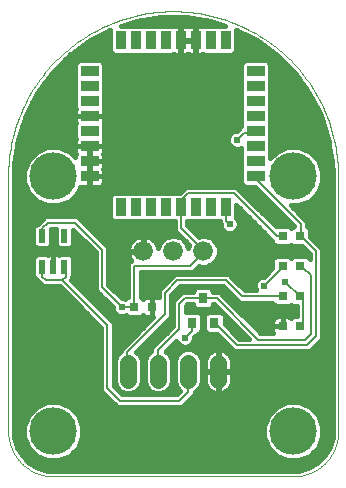
<source format=gtl>
G75*
%MOIN*%
%OFA0B0*%
%FSLAX25Y25*%
%IPPOS*%
%LPD*%
%AMOC8*
5,1,8,0,0,1.08239X$1,22.5*
%
%ADD10R,0.03150X0.03543*%
%ADD11C,0.06600*%
%ADD12C,0.00000*%
%ADD13C,0.05543*%
%ADD14C,0.15811*%
%ADD15R,0.05906X0.03543*%
%ADD16R,0.03543X0.05906*%
%ADD17R,0.02165X0.04724*%
%ADD18R,0.03150X0.03150*%
%ADD19C,0.01600*%
%ADD20C,0.00600*%
%ADD21C,0.02400*%
D10*
X0068060Y0070169D03*
X0071800Y0078437D03*
X0075540Y0070169D03*
D11*
X0071800Y0094006D03*
X0061800Y0094006D03*
X0051800Y0094006D03*
D12*
X0006800Y0119006D02*
X0006816Y0120345D01*
X0006865Y0121684D01*
X0006947Y0123021D01*
X0007061Y0124355D01*
X0007207Y0125687D01*
X0007386Y0127014D01*
X0007597Y0128337D01*
X0007841Y0129654D01*
X0008116Y0130965D01*
X0008423Y0132268D01*
X0008762Y0133564D01*
X0009132Y0134851D01*
X0009533Y0136129D01*
X0009966Y0137397D01*
X0010429Y0138654D01*
X0010923Y0139899D01*
X0011447Y0141132D01*
X0012000Y0142351D01*
X0012584Y0143557D01*
X0013196Y0144748D01*
X0013837Y0145924D01*
X0014507Y0147084D01*
X0015205Y0148227D01*
X0015930Y0149353D01*
X0016683Y0150461D01*
X0017462Y0151551D01*
X0018268Y0152621D01*
X0019099Y0153671D01*
X0019956Y0154700D01*
X0020838Y0155709D01*
X0021743Y0156695D01*
X0022673Y0157659D01*
X0023626Y0158601D01*
X0024601Y0159519D01*
X0025599Y0160412D01*
X0026618Y0161282D01*
X0027658Y0162126D01*
X0028718Y0162944D01*
X0029798Y0163737D01*
X0030896Y0164503D01*
X0032014Y0165242D01*
X0033148Y0165954D01*
X0034300Y0166637D01*
X0035468Y0167293D01*
X0036652Y0167920D01*
X0037850Y0168518D01*
X0039063Y0169086D01*
X0040289Y0169625D01*
X0041528Y0170134D01*
X0042779Y0170612D01*
X0044042Y0171060D01*
X0045314Y0171477D01*
X0046597Y0171863D01*
X0047889Y0172218D01*
X0049189Y0172541D01*
X0050496Y0172832D01*
X0051810Y0173091D01*
X0053130Y0173318D01*
X0054455Y0173513D01*
X0055785Y0173676D01*
X0057118Y0173806D01*
X0058453Y0173904D01*
X0059791Y0173969D01*
X0061130Y0174002D01*
X0062470Y0174002D01*
X0063809Y0173969D01*
X0065147Y0173904D01*
X0066482Y0173806D01*
X0067815Y0173676D01*
X0069145Y0173513D01*
X0070470Y0173318D01*
X0071790Y0173091D01*
X0073104Y0172832D01*
X0074411Y0172541D01*
X0075711Y0172218D01*
X0077003Y0171863D01*
X0078286Y0171477D01*
X0079558Y0171060D01*
X0080821Y0170612D01*
X0082072Y0170134D01*
X0083311Y0169625D01*
X0084537Y0169086D01*
X0085750Y0168518D01*
X0086948Y0167920D01*
X0088132Y0167293D01*
X0089300Y0166637D01*
X0090452Y0165954D01*
X0091586Y0165242D01*
X0092704Y0164503D01*
X0093802Y0163737D01*
X0094882Y0162944D01*
X0095942Y0162126D01*
X0096982Y0161282D01*
X0098001Y0160412D01*
X0098999Y0159519D01*
X0099974Y0158601D01*
X0100927Y0157659D01*
X0101857Y0156695D01*
X0102762Y0155709D01*
X0103644Y0154700D01*
X0104501Y0153671D01*
X0105332Y0152621D01*
X0106138Y0151551D01*
X0106917Y0150461D01*
X0107670Y0149353D01*
X0108395Y0148227D01*
X0109093Y0147084D01*
X0109763Y0145924D01*
X0110404Y0144748D01*
X0111016Y0143557D01*
X0111600Y0142351D01*
X0112153Y0141132D01*
X0112677Y0139899D01*
X0113171Y0138654D01*
X0113634Y0137397D01*
X0114067Y0136129D01*
X0114468Y0134851D01*
X0114838Y0133564D01*
X0115177Y0132268D01*
X0115484Y0130965D01*
X0115759Y0129654D01*
X0116003Y0128337D01*
X0116214Y0127014D01*
X0116393Y0125687D01*
X0116539Y0124355D01*
X0116653Y0123021D01*
X0116735Y0121684D01*
X0116784Y0120345D01*
X0116800Y0119006D01*
X0116800Y0034006D01*
X0116796Y0033644D01*
X0116782Y0033281D01*
X0116761Y0032919D01*
X0116730Y0032558D01*
X0116691Y0032198D01*
X0116643Y0031839D01*
X0116586Y0031481D01*
X0116521Y0031124D01*
X0116447Y0030769D01*
X0116364Y0030416D01*
X0116273Y0030065D01*
X0116174Y0029717D01*
X0116066Y0029371D01*
X0115950Y0029027D01*
X0115825Y0028687D01*
X0115693Y0028350D01*
X0115552Y0028016D01*
X0115403Y0027685D01*
X0115246Y0027358D01*
X0115082Y0027035D01*
X0114910Y0026716D01*
X0114730Y0026402D01*
X0114542Y0026091D01*
X0114347Y0025786D01*
X0114145Y0025485D01*
X0113935Y0025189D01*
X0113719Y0024899D01*
X0113495Y0024613D01*
X0113265Y0024333D01*
X0113028Y0024059D01*
X0112784Y0023791D01*
X0112534Y0023528D01*
X0112278Y0023272D01*
X0112015Y0023022D01*
X0111747Y0022778D01*
X0111473Y0022541D01*
X0111193Y0022311D01*
X0110907Y0022087D01*
X0110617Y0021871D01*
X0110321Y0021661D01*
X0110020Y0021459D01*
X0109715Y0021264D01*
X0109404Y0021076D01*
X0109090Y0020896D01*
X0108771Y0020724D01*
X0108448Y0020560D01*
X0108121Y0020403D01*
X0107790Y0020254D01*
X0107456Y0020113D01*
X0107119Y0019981D01*
X0106779Y0019856D01*
X0106435Y0019740D01*
X0106089Y0019632D01*
X0105741Y0019533D01*
X0105390Y0019442D01*
X0105037Y0019359D01*
X0104682Y0019285D01*
X0104325Y0019220D01*
X0103967Y0019163D01*
X0103608Y0019115D01*
X0103248Y0019076D01*
X0102887Y0019045D01*
X0102525Y0019024D01*
X0102162Y0019010D01*
X0101800Y0019006D01*
X0021800Y0019006D01*
X0021438Y0019010D01*
X0021075Y0019024D01*
X0020713Y0019045D01*
X0020352Y0019076D01*
X0019992Y0019115D01*
X0019633Y0019163D01*
X0019275Y0019220D01*
X0018918Y0019285D01*
X0018563Y0019359D01*
X0018210Y0019442D01*
X0017859Y0019533D01*
X0017511Y0019632D01*
X0017165Y0019740D01*
X0016821Y0019856D01*
X0016481Y0019981D01*
X0016144Y0020113D01*
X0015810Y0020254D01*
X0015479Y0020403D01*
X0015152Y0020560D01*
X0014829Y0020724D01*
X0014510Y0020896D01*
X0014196Y0021076D01*
X0013885Y0021264D01*
X0013580Y0021459D01*
X0013279Y0021661D01*
X0012983Y0021871D01*
X0012693Y0022087D01*
X0012407Y0022311D01*
X0012127Y0022541D01*
X0011853Y0022778D01*
X0011585Y0023022D01*
X0011322Y0023272D01*
X0011066Y0023528D01*
X0010816Y0023791D01*
X0010572Y0024059D01*
X0010335Y0024333D01*
X0010105Y0024613D01*
X0009881Y0024899D01*
X0009665Y0025189D01*
X0009455Y0025485D01*
X0009253Y0025786D01*
X0009058Y0026091D01*
X0008870Y0026402D01*
X0008690Y0026716D01*
X0008518Y0027035D01*
X0008354Y0027358D01*
X0008197Y0027685D01*
X0008048Y0028016D01*
X0007907Y0028350D01*
X0007775Y0028687D01*
X0007650Y0029027D01*
X0007534Y0029371D01*
X0007426Y0029717D01*
X0007327Y0030065D01*
X0007236Y0030416D01*
X0007153Y0030769D01*
X0007079Y0031124D01*
X0007014Y0031481D01*
X0006957Y0031839D01*
X0006909Y0032198D01*
X0006870Y0032558D01*
X0006839Y0032919D01*
X0006818Y0033281D01*
X0006804Y0033644D01*
X0006800Y0034006D01*
X0006800Y0119006D01*
D13*
X0046800Y0056778D02*
X0046800Y0051234D01*
X0056800Y0051234D02*
X0056800Y0056778D01*
X0066800Y0056778D02*
X0066800Y0051234D01*
X0076800Y0051234D02*
X0076800Y0056778D01*
D14*
X0101800Y0034006D03*
X0101800Y0119006D03*
X0021800Y0119006D03*
X0021800Y0034006D03*
D15*
X0033926Y0119065D03*
X0033926Y0124065D03*
X0033926Y0129065D03*
X0033926Y0134065D03*
X0033926Y0139065D03*
X0033926Y0144065D03*
X0033926Y0149065D03*
X0033926Y0154065D03*
X0089280Y0154065D03*
X0089280Y0149065D03*
X0089280Y0144065D03*
X0089280Y0139065D03*
X0089280Y0134065D03*
X0089280Y0129065D03*
X0089280Y0124065D03*
X0089280Y0119065D03*
D16*
X0079241Y0108829D03*
X0074241Y0108829D03*
X0069241Y0108829D03*
X0064241Y0108829D03*
X0059241Y0108829D03*
X0054241Y0108829D03*
X0049241Y0108829D03*
X0044241Y0108829D03*
X0044241Y0164380D03*
X0049241Y0164380D03*
X0054241Y0164380D03*
X0059241Y0164380D03*
X0064241Y0164380D03*
X0069241Y0164380D03*
X0074241Y0164380D03*
X0079241Y0164380D03*
D17*
X0025540Y0099124D03*
X0025540Y0088888D03*
X0021800Y0088888D03*
X0018060Y0088888D03*
X0018060Y0099124D03*
D18*
X0048847Y0075506D03*
X0054753Y0075506D03*
X0098247Y0079006D03*
X0104153Y0079006D03*
X0104153Y0069006D03*
X0098247Y0069006D03*
X0098247Y0089006D03*
X0104153Y0089006D03*
X0104153Y0099006D03*
X0098247Y0099006D03*
D19*
X0013764Y0023534D02*
X0011328Y0025970D01*
X0009605Y0028954D01*
X0008713Y0032283D01*
X0008600Y0034006D01*
X0008600Y0119006D01*
X0008764Y0123180D01*
X0010070Y0131425D01*
X0012650Y0139365D01*
X0016440Y0146803D01*
X0021346Y0153557D01*
X0027249Y0159459D01*
X0034003Y0164366D01*
X0040669Y0167763D01*
X0040669Y0160682D01*
X0041724Y0159627D01*
X0061758Y0159627D01*
X0061858Y0159727D01*
X0062232Y0159627D01*
X0064155Y0159627D01*
X0064155Y0164294D01*
X0064327Y0164294D01*
X0064327Y0164466D01*
X0064155Y0164466D01*
X0064155Y0169133D01*
X0062232Y0169133D01*
X0061858Y0169032D01*
X0061758Y0169133D01*
X0044446Y0169133D01*
X0049381Y0170736D01*
X0057626Y0172042D01*
X0065974Y0172042D01*
X0074219Y0170736D01*
X0079154Y0169133D01*
X0071724Y0169133D01*
X0071624Y0169032D01*
X0071250Y0169133D01*
X0069327Y0169133D01*
X0069327Y0164466D01*
X0069155Y0164466D01*
X0069155Y0169133D01*
X0067232Y0169133D01*
X0066775Y0169010D01*
X0066741Y0168991D01*
X0066707Y0169010D01*
X0066250Y0169133D01*
X0064327Y0169133D01*
X0064327Y0164466D01*
X0069155Y0164466D01*
X0069155Y0164294D01*
X0065669Y0164294D01*
X0064327Y0164294D01*
X0064327Y0159627D01*
X0066250Y0159627D01*
X0066707Y0159750D01*
X0066741Y0159769D01*
X0066775Y0159750D01*
X0067232Y0159627D01*
X0069155Y0159627D01*
X0069155Y0164294D01*
X0069327Y0164294D01*
X0069327Y0159627D01*
X0071250Y0159627D01*
X0071624Y0159727D01*
X0071724Y0159627D01*
X0081758Y0159627D01*
X0082813Y0160682D01*
X0082813Y0167823D01*
X0089597Y0164366D01*
X0096351Y0159459D01*
X0102254Y0153557D01*
X0107160Y0146803D01*
X0110950Y0139365D01*
X0113530Y0131425D01*
X0114836Y0123180D01*
X0115000Y0119006D01*
X0115000Y0034006D01*
X0114887Y0032283D01*
X0113995Y0028954D01*
X0112272Y0025970D01*
X0109836Y0023534D01*
X0106851Y0021811D01*
X0103523Y0020919D01*
X0101800Y0020806D01*
X0021800Y0020806D01*
X0020077Y0020919D01*
X0016749Y0021811D01*
X0013764Y0023534D01*
X0013497Y0023801D02*
X0110103Y0023801D01*
X0111702Y0025400D02*
X0106385Y0025400D01*
X0107298Y0025778D02*
X0110028Y0028508D01*
X0111505Y0032075D01*
X0111505Y0035936D01*
X0110028Y0039504D01*
X0107298Y0042234D01*
X0103731Y0043711D01*
X0099869Y0043711D01*
X0096302Y0042234D01*
X0093572Y0039504D01*
X0092094Y0035936D01*
X0092094Y0032075D01*
X0093572Y0028508D01*
X0096302Y0025778D01*
X0099869Y0024300D01*
X0103731Y0024300D01*
X0107298Y0025778D01*
X0108518Y0026998D02*
X0112866Y0026998D01*
X0113789Y0028597D02*
X0110065Y0028597D01*
X0110727Y0030195D02*
X0114328Y0030195D01*
X0114756Y0031794D02*
X0111389Y0031794D01*
X0111505Y0033393D02*
X0114960Y0033393D01*
X0115000Y0034991D02*
X0111505Y0034991D01*
X0111235Y0036590D02*
X0115000Y0036590D01*
X0115000Y0038188D02*
X0110573Y0038188D01*
X0109745Y0039787D02*
X0115000Y0039787D01*
X0115000Y0041385D02*
X0108146Y0041385D01*
X0105488Y0042984D02*
X0115000Y0042984D01*
X0115000Y0044582D02*
X0067146Y0044582D01*
X0067670Y0045106D02*
X0068900Y0046336D01*
X0068900Y0047156D01*
X0069390Y0047359D01*
X0070676Y0048645D01*
X0071372Y0050325D01*
X0071372Y0057687D01*
X0070676Y0059367D01*
X0069390Y0060653D01*
X0067709Y0061349D01*
X0065891Y0061349D01*
X0064210Y0060653D01*
X0062924Y0059367D01*
X0062228Y0057687D01*
X0062228Y0050325D01*
X0062924Y0048645D01*
X0064097Y0047472D01*
X0062930Y0046306D01*
X0044870Y0046306D01*
X0041900Y0049276D01*
X0041900Y0070276D01*
X0040670Y0071506D01*
X0027770Y0084406D01*
X0028100Y0084736D01*
X0028100Y0085457D01*
X0028423Y0085780D01*
X0028423Y0091996D01*
X0027368Y0093050D01*
X0023712Y0093050D01*
X0023585Y0092923D01*
X0023577Y0092927D01*
X0023120Y0093050D01*
X0021800Y0093050D01*
X0021800Y0088888D01*
X0021800Y0088888D01*
X0021800Y0093050D01*
X0020480Y0093050D01*
X0020023Y0092927D01*
X0020015Y0092923D01*
X0019888Y0093050D01*
X0016232Y0093050D01*
X0015177Y0091996D01*
X0015177Y0085780D01*
X0016100Y0084857D01*
X0016100Y0084736D01*
X0017330Y0083506D01*
X0018530Y0082306D01*
X0023930Y0082306D01*
X0037700Y0068536D01*
X0037700Y0047536D01*
X0043130Y0042106D01*
X0064670Y0042106D01*
X0067670Y0045106D01*
X0068745Y0046181D02*
X0115000Y0046181D01*
X0115000Y0047779D02*
X0079810Y0047779D01*
X0079778Y0047747D02*
X0080287Y0048256D01*
X0080710Y0048838D01*
X0081037Y0049479D01*
X0081259Y0050164D01*
X0081372Y0050874D01*
X0081372Y0053920D01*
X0076886Y0053920D01*
X0076886Y0054092D01*
X0076714Y0054092D01*
X0076714Y0061349D01*
X0076440Y0061349D01*
X0075729Y0061237D01*
X0075045Y0061014D01*
X0074404Y0060688D01*
X0073822Y0060265D01*
X0073313Y0059756D01*
X0072890Y0059174D01*
X0072563Y0058532D01*
X0072341Y0057848D01*
X0072228Y0057137D01*
X0072228Y0054092D01*
X0076714Y0054092D01*
X0076714Y0053920D01*
X0072228Y0053920D01*
X0072228Y0050874D01*
X0072341Y0050164D01*
X0072563Y0049479D01*
X0072890Y0048838D01*
X0073313Y0048256D01*
X0073822Y0047747D01*
X0074404Y0047324D01*
X0075045Y0046998D01*
X0075729Y0046775D01*
X0076440Y0046663D01*
X0076714Y0046663D01*
X0076714Y0053920D01*
X0076886Y0053920D01*
X0076886Y0046663D01*
X0077160Y0046663D01*
X0077871Y0046775D01*
X0078555Y0046998D01*
X0079196Y0047324D01*
X0079778Y0047747D01*
X0080985Y0049378D02*
X0115000Y0049378D01*
X0115000Y0050976D02*
X0081372Y0050976D01*
X0081372Y0052575D02*
X0115000Y0052575D01*
X0115000Y0054173D02*
X0081372Y0054173D01*
X0081372Y0054092D02*
X0081372Y0057137D01*
X0081259Y0057848D01*
X0081037Y0058532D01*
X0080710Y0059174D01*
X0080287Y0059756D01*
X0079778Y0060265D01*
X0079196Y0060688D01*
X0078555Y0061014D01*
X0077871Y0061237D01*
X0077160Y0061349D01*
X0076886Y0061349D01*
X0076886Y0054092D01*
X0081372Y0054092D01*
X0081372Y0055772D02*
X0115000Y0055772D01*
X0115000Y0057370D02*
X0081335Y0057370D01*
X0080814Y0058969D02*
X0115000Y0058969D01*
X0115000Y0060567D02*
X0079362Y0060567D01*
X0080900Y0061936D02*
X0082130Y0060706D01*
X0107270Y0060706D01*
X0108500Y0061936D01*
X0111500Y0064936D01*
X0111500Y0094876D01*
X0107528Y0098848D01*
X0107528Y0101326D01*
X0106500Y0102354D01*
X0106500Y0103876D01*
X0101075Y0109300D01*
X0103731Y0109300D01*
X0107298Y0110778D01*
X0110028Y0113508D01*
X0111505Y0117075D01*
X0111505Y0120936D01*
X0110028Y0124504D01*
X0107298Y0127234D01*
X0103731Y0128711D01*
X0099869Y0128711D01*
X0096302Y0127234D01*
X0094033Y0124965D01*
X0094033Y0156582D01*
X0092979Y0157637D01*
X0085582Y0157637D01*
X0084528Y0156582D01*
X0084528Y0135703D01*
X0083300Y0134476D01*
X0083030Y0134206D01*
X0082403Y0134206D01*
X0081301Y0133749D01*
X0080457Y0132905D01*
X0080000Y0131803D01*
X0080000Y0130609D01*
X0080457Y0129507D01*
X0081301Y0128663D01*
X0082403Y0128206D01*
X0083597Y0128206D01*
X0084528Y0128591D01*
X0084528Y0116548D01*
X0085582Y0115493D01*
X0088943Y0115493D01*
X0089130Y0115306D01*
X0102055Y0102381D01*
X0101832Y0102381D01*
X0101200Y0101748D01*
X0100568Y0102381D01*
X0095995Y0102381D01*
X0084100Y0114276D01*
X0082870Y0115506D01*
X0065930Y0115506D01*
X0064006Y0113581D01*
X0041724Y0113581D01*
X0040669Y0112527D01*
X0040669Y0105130D01*
X0041724Y0104076D01*
X0062300Y0104076D01*
X0062300Y0100936D01*
X0067144Y0096092D01*
X0066800Y0095262D01*
X0066124Y0096895D01*
X0064689Y0098329D01*
X0062814Y0099106D01*
X0060786Y0099106D01*
X0058911Y0098329D01*
X0057476Y0096895D01*
X0056774Y0095200D01*
X0056774Y0095200D01*
X0056526Y0095964D01*
X0056162Y0096679D01*
X0055690Y0097328D01*
X0055122Y0097896D01*
X0054473Y0098368D01*
X0053758Y0098732D01*
X0052994Y0098980D01*
X0052201Y0099106D01*
X0051886Y0099106D01*
X0051886Y0094092D01*
X0051714Y0094092D01*
X0051714Y0099106D01*
X0051399Y0099106D01*
X0050606Y0098980D01*
X0049842Y0098732D01*
X0049127Y0098368D01*
X0048478Y0097896D01*
X0047910Y0097328D01*
X0047438Y0096679D01*
X0047074Y0095964D01*
X0046826Y0095200D01*
X0046700Y0094407D01*
X0046700Y0094092D01*
X0051714Y0094092D01*
X0051714Y0093920D01*
X0046700Y0093920D01*
X0046700Y0093605D01*
X0046826Y0092812D01*
X0047074Y0092048D01*
X0047438Y0091333D01*
X0047656Y0091034D01*
X0047313Y0090688D01*
X0046700Y0090076D01*
X0046700Y0090072D01*
X0046697Y0090069D01*
X0046700Y0089202D01*
X0046700Y0088336D01*
X0046703Y0088333D01*
X0046736Y0078881D01*
X0046527Y0078881D01*
X0045802Y0078155D01*
X0045197Y0078406D01*
X0044570Y0078406D01*
X0040100Y0082876D01*
X0040100Y0095476D01*
X0031100Y0104476D01*
X0029870Y0105706D01*
X0019130Y0105706D01*
X0017900Y0104476D01*
X0016710Y0103286D01*
X0016232Y0103286D01*
X0015177Y0102232D01*
X0015177Y0096016D01*
X0016232Y0094962D01*
X0019888Y0094962D01*
X0020943Y0096016D01*
X0020943Y0101506D01*
X0022657Y0101506D01*
X0022657Y0096016D01*
X0023712Y0094962D01*
X0027368Y0094962D01*
X0028423Y0096016D01*
X0028423Y0101213D01*
X0035900Y0093736D01*
X0035900Y0081136D01*
X0037130Y0079906D01*
X0041600Y0075436D01*
X0041600Y0074809D01*
X0042057Y0073707D01*
X0042901Y0072863D01*
X0044003Y0072406D01*
X0045197Y0072406D01*
X0045943Y0072715D01*
X0046527Y0072131D01*
X0051168Y0072131D01*
X0051800Y0072763D01*
X0052073Y0072491D01*
X0052483Y0072254D01*
X0052941Y0072131D01*
X0054753Y0072131D01*
X0055155Y0072131D01*
X0044300Y0061276D01*
X0044300Y0060690D01*
X0044210Y0060653D01*
X0042924Y0059367D01*
X0042228Y0057687D01*
X0042228Y0050325D01*
X0042924Y0048645D01*
X0044210Y0047359D01*
X0045891Y0046663D01*
X0047709Y0046663D01*
X0049390Y0047359D01*
X0050676Y0048645D01*
X0051372Y0050325D01*
X0051372Y0057687D01*
X0050676Y0059367D01*
X0049503Y0060539D01*
X0061100Y0072136D01*
X0061100Y0079336D01*
X0064070Y0082306D01*
X0078530Y0082306D01*
X0083930Y0076906D01*
X0094872Y0076906D01*
X0094872Y0076686D01*
X0095927Y0075631D01*
X0100568Y0075631D01*
X0101200Y0076263D01*
X0101832Y0075631D01*
X0103100Y0075631D01*
X0103100Y0072381D01*
X0101832Y0072381D01*
X0101200Y0071748D01*
X0100927Y0072021D01*
X0100517Y0072258D01*
X0100059Y0072381D01*
X0098247Y0072381D01*
X0096435Y0072381D01*
X0095978Y0072258D01*
X0095567Y0072021D01*
X0095232Y0071686D01*
X0094995Y0071275D01*
X0094872Y0070818D01*
X0094872Y0069006D01*
X0098247Y0069006D01*
X0098247Y0069006D01*
X0098247Y0072381D01*
X0098247Y0069006D01*
X0098247Y0069006D01*
X0094872Y0069006D01*
X0094872Y0067194D01*
X0094995Y0066736D01*
X0095013Y0066706D01*
X0091070Y0066706D01*
X0078500Y0079276D01*
X0077270Y0080506D01*
X0075175Y0080506D01*
X0075175Y0080954D01*
X0074120Y0082008D01*
X0069480Y0082008D01*
X0068425Y0080954D01*
X0068425Y0080506D01*
X0064730Y0080506D01*
X0063500Y0079276D01*
X0061700Y0077476D01*
X0061700Y0069076D01*
X0055730Y0063106D01*
X0054500Y0061876D01*
X0054500Y0060773D01*
X0054210Y0060653D01*
X0052924Y0059367D01*
X0052228Y0057687D01*
X0052228Y0050325D01*
X0052924Y0048645D01*
X0054210Y0047359D01*
X0055891Y0046663D01*
X0057709Y0046663D01*
X0059390Y0047359D01*
X0060676Y0048645D01*
X0061372Y0050325D01*
X0061372Y0057687D01*
X0060676Y0059367D01*
X0059390Y0060653D01*
X0059268Y0060704D01*
X0062768Y0064204D01*
X0063057Y0063507D01*
X0063901Y0062663D01*
X0065003Y0062206D01*
X0066197Y0062206D01*
X0067299Y0062663D01*
X0068143Y0063507D01*
X0068600Y0064609D01*
X0068600Y0065236D01*
X0068870Y0065506D01*
X0069961Y0066597D01*
X0070380Y0066597D01*
X0071435Y0067652D01*
X0071435Y0072686D01*
X0070380Y0073741D01*
X0065900Y0073741D01*
X0065900Y0075736D01*
X0066470Y0076306D01*
X0068425Y0076306D01*
X0068425Y0075919D01*
X0069480Y0074865D01*
X0074120Y0074865D01*
X0075175Y0075919D01*
X0075175Y0076306D01*
X0075530Y0076306D01*
X0086930Y0064906D01*
X0083870Y0064906D01*
X0078915Y0069861D01*
X0078915Y0072686D01*
X0077861Y0073741D01*
X0073220Y0073741D01*
X0072165Y0072686D01*
X0072165Y0067652D01*
X0073220Y0066597D01*
X0076239Y0066597D01*
X0080900Y0061936D01*
X0080670Y0062166D02*
X0060730Y0062166D01*
X0059476Y0060567D02*
X0064124Y0060567D01*
X0062759Y0058969D02*
X0060841Y0058969D01*
X0061372Y0057370D02*
X0062228Y0057370D01*
X0062228Y0055772D02*
X0061372Y0055772D01*
X0061372Y0054173D02*
X0062228Y0054173D01*
X0062228Y0052575D02*
X0061372Y0052575D01*
X0061372Y0050976D02*
X0062228Y0050976D01*
X0062621Y0049378D02*
X0060979Y0049378D01*
X0059810Y0047779D02*
X0063790Y0047779D01*
X0065548Y0042984D02*
X0098112Y0042984D01*
X0095453Y0041385D02*
X0028146Y0041385D01*
X0027298Y0042234D02*
X0023731Y0043711D01*
X0019869Y0043711D01*
X0016302Y0042234D01*
X0013572Y0039504D01*
X0012094Y0035936D01*
X0012094Y0032075D01*
X0013572Y0028508D01*
X0016302Y0025778D01*
X0019869Y0024300D01*
X0023731Y0024300D01*
X0027298Y0025778D01*
X0030028Y0028508D01*
X0031505Y0032075D01*
X0031505Y0035936D01*
X0030028Y0039504D01*
X0027298Y0042234D01*
X0025488Y0042984D02*
X0042252Y0042984D01*
X0040654Y0044582D02*
X0008600Y0044582D01*
X0008600Y0042984D02*
X0018112Y0042984D01*
X0015453Y0041385D02*
X0008600Y0041385D01*
X0008600Y0039787D02*
X0013855Y0039787D01*
X0013027Y0038188D02*
X0008600Y0038188D01*
X0008600Y0036590D02*
X0012365Y0036590D01*
X0012094Y0034991D02*
X0008600Y0034991D01*
X0008640Y0033393D02*
X0012094Y0033393D01*
X0012211Y0031794D02*
X0008844Y0031794D01*
X0009272Y0030195D02*
X0012873Y0030195D01*
X0013535Y0028597D02*
X0009811Y0028597D01*
X0010734Y0026998D02*
X0015082Y0026998D01*
X0017215Y0025400D02*
X0011898Y0025400D01*
X0016069Y0022203D02*
X0107531Y0022203D01*
X0097215Y0025400D02*
X0026385Y0025400D01*
X0028518Y0026998D02*
X0095082Y0026998D01*
X0093535Y0028597D02*
X0030065Y0028597D01*
X0030727Y0030195D02*
X0092873Y0030195D01*
X0092211Y0031794D02*
X0031389Y0031794D01*
X0031505Y0033393D02*
X0092094Y0033393D01*
X0092094Y0034991D02*
X0031505Y0034991D01*
X0031235Y0036590D02*
X0092365Y0036590D01*
X0093027Y0038188D02*
X0030573Y0038188D01*
X0029745Y0039787D02*
X0093855Y0039787D01*
X0108730Y0062166D02*
X0115000Y0062166D01*
X0115000Y0063764D02*
X0110328Y0063764D01*
X0111500Y0065363D02*
X0115000Y0065363D01*
X0115000Y0066961D02*
X0111500Y0066961D01*
X0111500Y0068560D02*
X0115000Y0068560D01*
X0115000Y0070158D02*
X0111500Y0070158D01*
X0111500Y0071757D02*
X0115000Y0071757D01*
X0115000Y0073355D02*
X0111500Y0073355D01*
X0111500Y0074954D02*
X0115000Y0074954D01*
X0115000Y0076552D02*
X0111500Y0076552D01*
X0111500Y0078151D02*
X0115000Y0078151D01*
X0115000Y0079749D02*
X0111500Y0079749D01*
X0111500Y0081348D02*
X0115000Y0081348D01*
X0115000Y0082946D02*
X0111500Y0082946D01*
X0111500Y0084545D02*
X0115000Y0084545D01*
X0115000Y0086143D02*
X0111500Y0086143D01*
X0111500Y0087742D02*
X0115000Y0087742D01*
X0115000Y0089340D02*
X0111500Y0089340D01*
X0111500Y0090939D02*
X0115000Y0090939D01*
X0115000Y0092537D02*
X0111500Y0092537D01*
X0111500Y0094136D02*
X0115000Y0094136D01*
X0115000Y0095734D02*
X0110641Y0095734D01*
X0109043Y0097333D02*
X0115000Y0097333D01*
X0115000Y0098931D02*
X0107528Y0098931D01*
X0107528Y0100530D02*
X0115000Y0100530D01*
X0115000Y0102128D02*
X0106725Y0102128D01*
X0106500Y0103727D02*
X0115000Y0103727D01*
X0115000Y0105326D02*
X0105050Y0105326D01*
X0103452Y0106924D02*
X0115000Y0106924D01*
X0115000Y0108523D02*
X0101853Y0108523D01*
X0099111Y0105326D02*
X0093050Y0105326D01*
X0094649Y0103727D02*
X0100709Y0103727D01*
X0100820Y0102128D02*
X0101580Y0102128D01*
X0101200Y0096263D02*
X0101832Y0095631D01*
X0104805Y0095631D01*
X0107300Y0093136D01*
X0107300Y0091554D01*
X0106473Y0092381D01*
X0101832Y0092381D01*
X0101200Y0091748D01*
X0100568Y0092381D01*
X0095927Y0092381D01*
X0094872Y0091326D01*
X0094872Y0088448D01*
X0092030Y0085606D01*
X0091403Y0085606D01*
X0090301Y0085149D01*
X0089457Y0084305D01*
X0089000Y0083203D01*
X0089000Y0082009D01*
X0089374Y0081106D01*
X0085670Y0081106D01*
X0081500Y0085276D01*
X0080270Y0086506D01*
X0062330Y0086506D01*
X0056900Y0081076D01*
X0056900Y0078791D01*
X0056565Y0078881D01*
X0054753Y0078881D01*
X0054753Y0075506D01*
X0054753Y0075506D01*
X0054753Y0072131D01*
X0054753Y0075506D01*
X0054753Y0075506D01*
X0054753Y0078881D01*
X0052941Y0078881D01*
X0052483Y0078758D01*
X0052073Y0078521D01*
X0051800Y0078248D01*
X0051168Y0078881D01*
X0050936Y0078881D01*
X0050907Y0087106D01*
X0068270Y0087106D01*
X0070279Y0089116D01*
X0070786Y0088906D01*
X0072814Y0088906D01*
X0074689Y0089682D01*
X0076124Y0091117D01*
X0076900Y0092991D01*
X0076900Y0095020D01*
X0076124Y0096895D01*
X0074689Y0098329D01*
X0072814Y0099106D01*
X0070786Y0099106D01*
X0070279Y0098896D01*
X0066500Y0102676D01*
X0066500Y0104076D01*
X0077300Y0104076D01*
X0077300Y0103336D01*
X0077600Y0103036D01*
X0077600Y0102409D01*
X0078057Y0101307D01*
X0078901Y0100463D01*
X0080003Y0100006D01*
X0081197Y0100006D01*
X0082299Y0100463D01*
X0083143Y0101307D01*
X0083600Y0102409D01*
X0083600Y0103603D01*
X0083143Y0104705D01*
X0082765Y0105083D01*
X0082813Y0105130D01*
X0082813Y0109623D01*
X0094872Y0097564D01*
X0094872Y0096686D01*
X0095927Y0095631D01*
X0100568Y0095631D01*
X0101200Y0096263D01*
X0100671Y0095734D02*
X0101729Y0095734D01*
X0106300Y0094136D02*
X0076900Y0094136D01*
X0076712Y0092537D02*
X0107300Y0092537D01*
X0097512Y0106924D02*
X0091452Y0106924D01*
X0089853Y0108523D02*
X0095914Y0108523D01*
X0094315Y0110121D02*
X0088255Y0110121D01*
X0086656Y0111720D02*
X0092716Y0111720D01*
X0091118Y0113318D02*
X0085058Y0113318D01*
X0083459Y0114917D02*
X0089519Y0114917D01*
X0084560Y0116515D02*
X0038508Y0116515D01*
X0038556Y0116599D02*
X0038679Y0117056D01*
X0038679Y0118979D01*
X0034012Y0118979D01*
X0034012Y0119151D01*
X0033840Y0119151D01*
X0033840Y0122637D01*
X0033840Y0123979D01*
X0034012Y0123979D01*
X0034012Y0124151D01*
X0033840Y0124151D01*
X0033840Y0127637D01*
X0033840Y0128979D01*
X0029173Y0128979D01*
X0029173Y0127056D01*
X0029296Y0126599D01*
X0029315Y0126565D01*
X0029296Y0126531D01*
X0029173Y0126074D01*
X0029173Y0125358D01*
X0027298Y0127234D01*
X0023731Y0128711D01*
X0019869Y0128711D01*
X0016302Y0127234D01*
X0013572Y0124504D01*
X0012094Y0120936D01*
X0012094Y0117075D01*
X0013572Y0113508D01*
X0016302Y0110778D01*
X0019869Y0109300D01*
X0023731Y0109300D01*
X0027298Y0110778D01*
X0030028Y0113508D01*
X0030850Y0115493D01*
X0033840Y0115493D01*
X0033840Y0118979D01*
X0034012Y0118979D01*
X0034012Y0115493D01*
X0037116Y0115493D01*
X0037574Y0115616D01*
X0037984Y0115853D01*
X0038319Y0116188D01*
X0038556Y0116599D01*
X0038679Y0118114D02*
X0084528Y0118114D01*
X0084528Y0119712D02*
X0038679Y0119712D01*
X0038679Y0119151D02*
X0038679Y0121074D01*
X0038556Y0121531D01*
X0038537Y0121565D01*
X0038556Y0121599D01*
X0038679Y0122056D01*
X0038679Y0123979D01*
X0034012Y0123979D01*
X0034012Y0119151D01*
X0038679Y0119151D01*
X0038615Y0121311D02*
X0084528Y0121311D01*
X0084528Y0122909D02*
X0038679Y0122909D01*
X0038679Y0124151D02*
X0034012Y0124151D01*
X0034012Y0128979D01*
X0034012Y0129151D01*
X0038679Y0129151D01*
X0038679Y0131074D01*
X0038579Y0131448D01*
X0038679Y0131548D01*
X0038679Y0136582D01*
X0038579Y0136682D01*
X0038679Y0137056D01*
X0038679Y0138979D01*
X0034012Y0138979D01*
X0034012Y0139151D01*
X0038679Y0139151D01*
X0038679Y0141074D01*
X0038579Y0141448D01*
X0038679Y0141548D01*
X0038679Y0156582D01*
X0037624Y0157637D01*
X0030228Y0157637D01*
X0029173Y0156582D01*
X0029173Y0141548D01*
X0029273Y0141448D01*
X0029173Y0141074D01*
X0029173Y0139151D01*
X0033840Y0139151D01*
X0033840Y0138979D01*
X0029173Y0138979D01*
X0029173Y0137056D01*
X0029273Y0136682D01*
X0029173Y0136582D01*
X0029173Y0131548D01*
X0029273Y0131448D01*
X0029173Y0131074D01*
X0029173Y0129151D01*
X0033840Y0129151D01*
X0033840Y0128979D01*
X0034012Y0128979D01*
X0038679Y0128979D01*
X0038679Y0127056D01*
X0038556Y0126599D01*
X0038537Y0126565D01*
X0038556Y0126531D01*
X0038679Y0126074D01*
X0038679Y0124151D01*
X0038679Y0124508D02*
X0084528Y0124508D01*
X0084528Y0126106D02*
X0038670Y0126106D01*
X0038679Y0127705D02*
X0084528Y0127705D01*
X0080660Y0129303D02*
X0038679Y0129303D01*
X0038679Y0130902D02*
X0080000Y0130902D01*
X0080289Y0132500D02*
X0038679Y0132500D01*
X0038679Y0134099D02*
X0082145Y0134099D01*
X0084521Y0135697D02*
X0038679Y0135697D01*
X0038679Y0137296D02*
X0084528Y0137296D01*
X0084528Y0138894D02*
X0038679Y0138894D01*
X0038679Y0140493D02*
X0084528Y0140493D01*
X0084528Y0142091D02*
X0038679Y0142091D01*
X0038679Y0143690D02*
X0084528Y0143690D01*
X0084528Y0145288D02*
X0038679Y0145288D01*
X0038679Y0146887D02*
X0084528Y0146887D01*
X0084528Y0148485D02*
X0038679Y0148485D01*
X0038679Y0150084D02*
X0084528Y0150084D01*
X0084528Y0151682D02*
X0038679Y0151682D01*
X0038679Y0153281D02*
X0084528Y0153281D01*
X0084528Y0154879D02*
X0038679Y0154879D01*
X0038679Y0156478D02*
X0084528Y0156478D01*
X0081806Y0159675D02*
X0096054Y0159675D01*
X0097734Y0158076D02*
X0025866Y0158076D01*
X0024268Y0156478D02*
X0029173Y0156478D01*
X0029173Y0154879D02*
X0022669Y0154879D01*
X0021146Y0153281D02*
X0029173Y0153281D01*
X0029173Y0151682D02*
X0019985Y0151682D01*
X0018823Y0150084D02*
X0029173Y0150084D01*
X0029173Y0148485D02*
X0017662Y0148485D01*
X0016501Y0146887D02*
X0029173Y0146887D01*
X0029173Y0145288D02*
X0015668Y0145288D01*
X0014853Y0143690D02*
X0029173Y0143690D01*
X0029173Y0142091D02*
X0014039Y0142091D01*
X0013224Y0140493D02*
X0029173Y0140493D01*
X0029173Y0138894D02*
X0012497Y0138894D01*
X0011977Y0137296D02*
X0029173Y0137296D01*
X0029173Y0135697D02*
X0011458Y0135697D01*
X0010939Y0134099D02*
X0029173Y0134099D01*
X0029173Y0132500D02*
X0010419Y0132500D01*
X0009987Y0130902D02*
X0029173Y0130902D01*
X0029173Y0129303D02*
X0009734Y0129303D01*
X0009481Y0127705D02*
X0017439Y0127705D01*
X0015175Y0126106D02*
X0009227Y0126106D01*
X0008974Y0124508D02*
X0013576Y0124508D01*
X0012912Y0122909D02*
X0008753Y0122909D01*
X0008691Y0121311D02*
X0012249Y0121311D01*
X0012094Y0119712D02*
X0008628Y0119712D01*
X0008600Y0118114D02*
X0012094Y0118114D01*
X0012327Y0116515D02*
X0008600Y0116515D01*
X0008600Y0114917D02*
X0012989Y0114917D01*
X0013762Y0113318D02*
X0008600Y0113318D01*
X0008600Y0111720D02*
X0015361Y0111720D01*
X0017888Y0110121D02*
X0008600Y0110121D01*
X0008600Y0108523D02*
X0040669Y0108523D01*
X0040669Y0110121D02*
X0025712Y0110121D01*
X0028239Y0111720D02*
X0040669Y0111720D01*
X0041460Y0113318D02*
X0029838Y0113318D01*
X0030611Y0114917D02*
X0065341Y0114917D01*
X0066500Y0103727D02*
X0077300Y0103727D01*
X0077716Y0102128D02*
X0067047Y0102128D01*
X0068646Y0100530D02*
X0078833Y0100530D01*
X0075685Y0097333D02*
X0094872Y0097333D01*
X0095823Y0095734D02*
X0076604Y0095734D01*
X0073236Y0098931D02*
X0093505Y0098931D01*
X0091906Y0100530D02*
X0082367Y0100530D01*
X0083484Y0102128D02*
X0090308Y0102128D01*
X0088709Y0103727D02*
X0083548Y0103727D01*
X0082813Y0105326D02*
X0087111Y0105326D01*
X0085512Y0106924D02*
X0082813Y0106924D01*
X0082813Y0108523D02*
X0083914Y0108523D01*
X0094033Y0126106D02*
X0095175Y0126106D01*
X0094033Y0127705D02*
X0097439Y0127705D01*
X0094033Y0129303D02*
X0113866Y0129303D01*
X0114119Y0127705D02*
X0106161Y0127705D01*
X0108425Y0126106D02*
X0114373Y0126106D01*
X0114626Y0124508D02*
X0110024Y0124508D01*
X0110688Y0122909D02*
X0114847Y0122909D01*
X0114909Y0121311D02*
X0111351Y0121311D01*
X0111505Y0119712D02*
X0114972Y0119712D01*
X0115000Y0118114D02*
X0111505Y0118114D01*
X0111273Y0116515D02*
X0115000Y0116515D01*
X0115000Y0114917D02*
X0110611Y0114917D01*
X0109838Y0113318D02*
X0115000Y0113318D01*
X0115000Y0111720D02*
X0108239Y0111720D01*
X0105712Y0110121D02*
X0115000Y0110121D01*
X0113613Y0130902D02*
X0094033Y0130902D01*
X0094033Y0132500D02*
X0113181Y0132500D01*
X0112661Y0134099D02*
X0094033Y0134099D01*
X0094033Y0135697D02*
X0112142Y0135697D01*
X0111623Y0137296D02*
X0094033Y0137296D01*
X0094033Y0138894D02*
X0111103Y0138894D01*
X0110376Y0140493D02*
X0094033Y0140493D01*
X0094033Y0142091D02*
X0109561Y0142091D01*
X0108747Y0143690D02*
X0094033Y0143690D01*
X0094033Y0145288D02*
X0107932Y0145288D01*
X0107099Y0146887D02*
X0094033Y0146887D01*
X0094033Y0148485D02*
X0105938Y0148485D01*
X0104777Y0150084D02*
X0094033Y0150084D01*
X0094033Y0151682D02*
X0103615Y0151682D01*
X0102454Y0153281D02*
X0094033Y0153281D01*
X0094033Y0154879D02*
X0100931Y0154879D01*
X0099332Y0156478D02*
X0094033Y0156478D01*
X0093854Y0161273D02*
X0082813Y0161273D01*
X0082813Y0162872D02*
X0091654Y0162872D01*
X0089393Y0164470D02*
X0082813Y0164470D01*
X0082813Y0166069D02*
X0086255Y0166069D01*
X0083118Y0167667D02*
X0082813Y0167667D01*
X0078744Y0169266D02*
X0044856Y0169266D01*
X0040669Y0167667D02*
X0040482Y0167667D01*
X0040669Y0166069D02*
X0037345Y0166069D01*
X0034207Y0164470D02*
X0040669Y0164470D01*
X0040669Y0162872D02*
X0031946Y0162872D01*
X0029746Y0161273D02*
X0040669Y0161273D01*
X0041676Y0159675D02*
X0027546Y0159675D01*
X0050192Y0170864D02*
X0073408Y0170864D01*
X0069327Y0167667D02*
X0069155Y0167667D01*
X0069155Y0166069D02*
X0069327Y0166069D01*
X0069327Y0164470D02*
X0069155Y0164470D01*
X0069155Y0162872D02*
X0069327Y0162872D01*
X0069327Y0161273D02*
X0069155Y0161273D01*
X0069155Y0159675D02*
X0069327Y0159675D01*
X0071428Y0159675D02*
X0071676Y0159675D01*
X0067054Y0159675D02*
X0066428Y0159675D01*
X0064327Y0159675D02*
X0064155Y0159675D01*
X0064155Y0161273D02*
X0064327Y0161273D01*
X0064327Y0162872D02*
X0064155Y0162872D01*
X0064155Y0164470D02*
X0064327Y0164470D01*
X0064327Y0166069D02*
X0064155Y0166069D01*
X0064155Y0167667D02*
X0064327Y0167667D01*
X0062054Y0159675D02*
X0061806Y0159675D01*
X0034012Y0127705D02*
X0033840Y0127705D01*
X0033840Y0126106D02*
X0034012Y0126106D01*
X0034012Y0124508D02*
X0033840Y0124508D01*
X0033840Y0122909D02*
X0034012Y0122909D01*
X0034012Y0121311D02*
X0033840Y0121311D01*
X0033840Y0119712D02*
X0034012Y0119712D01*
X0034012Y0118114D02*
X0033840Y0118114D01*
X0033840Y0116515D02*
X0034012Y0116515D01*
X0029182Y0126106D02*
X0028425Y0126106D01*
X0029173Y0127705D02*
X0026161Y0127705D01*
X0040669Y0106924D02*
X0008600Y0106924D01*
X0008600Y0105326D02*
X0018750Y0105326D01*
X0017151Y0103727D02*
X0008600Y0103727D01*
X0008600Y0102128D02*
X0015177Y0102128D01*
X0015177Y0100530D02*
X0008600Y0100530D01*
X0008600Y0098931D02*
X0015177Y0098931D01*
X0015177Y0097333D02*
X0008600Y0097333D01*
X0008600Y0095734D02*
X0015459Y0095734D01*
X0015719Y0092537D02*
X0008600Y0092537D01*
X0008600Y0090939D02*
X0015177Y0090939D01*
X0015177Y0089340D02*
X0008600Y0089340D01*
X0008600Y0087742D02*
X0015177Y0087742D01*
X0015177Y0086143D02*
X0008600Y0086143D01*
X0008600Y0084545D02*
X0016291Y0084545D01*
X0017890Y0082946D02*
X0008600Y0082946D01*
X0008600Y0081348D02*
X0024888Y0081348D01*
X0026487Y0079749D02*
X0008600Y0079749D01*
X0008600Y0078151D02*
X0028085Y0078151D01*
X0029684Y0076552D02*
X0008600Y0076552D01*
X0008600Y0074954D02*
X0031282Y0074954D01*
X0032881Y0073355D02*
X0008600Y0073355D01*
X0008600Y0071757D02*
X0034479Y0071757D01*
X0036078Y0070158D02*
X0008600Y0070158D01*
X0008600Y0068560D02*
X0037676Y0068560D01*
X0037700Y0066961D02*
X0008600Y0066961D01*
X0008600Y0065363D02*
X0037700Y0065363D01*
X0037700Y0063764D02*
X0008600Y0063764D01*
X0008600Y0062166D02*
X0037700Y0062166D01*
X0037700Y0060567D02*
X0008600Y0060567D01*
X0008600Y0058969D02*
X0037700Y0058969D01*
X0037700Y0057370D02*
X0008600Y0057370D01*
X0008600Y0055772D02*
X0037700Y0055772D01*
X0037700Y0054173D02*
X0008600Y0054173D01*
X0008600Y0052575D02*
X0037700Y0052575D01*
X0037700Y0050976D02*
X0008600Y0050976D01*
X0008600Y0049378D02*
X0037700Y0049378D01*
X0037700Y0047779D02*
X0008600Y0047779D01*
X0008600Y0046181D02*
X0039055Y0046181D01*
X0041900Y0049378D02*
X0042621Y0049378D01*
X0042228Y0050976D02*
X0041900Y0050976D01*
X0041900Y0052575D02*
X0042228Y0052575D01*
X0042228Y0054173D02*
X0041900Y0054173D01*
X0041900Y0055772D02*
X0042228Y0055772D01*
X0042228Y0057370D02*
X0041900Y0057370D01*
X0041900Y0058969D02*
X0042759Y0058969D01*
X0041900Y0060567D02*
X0044124Y0060567D01*
X0045190Y0062166D02*
X0041900Y0062166D01*
X0041900Y0063764D02*
X0046788Y0063764D01*
X0048387Y0065363D02*
X0041900Y0065363D01*
X0041900Y0066961D02*
X0049986Y0066961D01*
X0051584Y0068560D02*
X0041900Y0068560D01*
X0041900Y0070158D02*
X0053183Y0070158D01*
X0054781Y0071757D02*
X0040419Y0071757D01*
X0038820Y0073355D02*
X0042408Y0073355D01*
X0041600Y0074954D02*
X0037222Y0074954D01*
X0035623Y0076552D02*
X0040484Y0076552D01*
X0038885Y0078151D02*
X0034025Y0078151D01*
X0032426Y0079749D02*
X0037287Y0079749D01*
X0035900Y0081348D02*
X0030828Y0081348D01*
X0029229Y0082946D02*
X0035900Y0082946D01*
X0035900Y0084545D02*
X0027909Y0084545D01*
X0028423Y0086143D02*
X0035900Y0086143D01*
X0035900Y0087742D02*
X0028423Y0087742D01*
X0028423Y0089340D02*
X0035900Y0089340D01*
X0035900Y0090939D02*
X0028423Y0090939D01*
X0027881Y0092537D02*
X0035900Y0092537D01*
X0035500Y0094136D02*
X0008600Y0094136D01*
X0020661Y0095734D02*
X0022939Y0095734D01*
X0022657Y0097333D02*
X0020943Y0097333D01*
X0020943Y0098931D02*
X0022657Y0098931D01*
X0022657Y0100530D02*
X0020943Y0100530D01*
X0021800Y0092537D02*
X0021800Y0092537D01*
X0021800Y0090939D02*
X0021800Y0090939D01*
X0021800Y0089340D02*
X0021800Y0089340D01*
X0028141Y0095734D02*
X0033902Y0095734D01*
X0032303Y0097333D02*
X0028423Y0097333D01*
X0028423Y0098931D02*
X0030705Y0098931D01*
X0029106Y0100530D02*
X0028423Y0100530D01*
X0031849Y0103727D02*
X0062300Y0103727D01*
X0062300Y0102128D02*
X0033447Y0102128D01*
X0035046Y0100530D02*
X0062706Y0100530D01*
X0063236Y0098931D02*
X0064305Y0098931D01*
X0065685Y0097333D02*
X0065903Y0097333D01*
X0066604Y0095734D02*
X0066996Y0095734D01*
X0070244Y0098931D02*
X0070364Y0098931D01*
X0075945Y0090939D02*
X0094872Y0090939D01*
X0094872Y0089340D02*
X0073863Y0089340D01*
X0068906Y0087742D02*
X0094166Y0087742D01*
X0092568Y0086143D02*
X0080632Y0086143D01*
X0082231Y0084545D02*
X0089696Y0084545D01*
X0089000Y0082946D02*
X0083829Y0082946D01*
X0085428Y0081348D02*
X0089274Y0081348D01*
X0095006Y0076552D02*
X0081223Y0076552D01*
X0082685Y0078151D02*
X0079625Y0078151D01*
X0078500Y0079276D02*
X0078500Y0079276D01*
X0078026Y0079749D02*
X0081087Y0079749D01*
X0079488Y0081348D02*
X0074781Y0081348D01*
X0074209Y0074954D02*
X0076882Y0074954D01*
X0078246Y0073355D02*
X0078481Y0073355D01*
X0078915Y0071757D02*
X0080079Y0071757D01*
X0078915Y0070158D02*
X0081678Y0070158D01*
X0080216Y0068560D02*
X0083276Y0068560D01*
X0081814Y0066961D02*
X0084875Y0066961D01*
X0083413Y0065363D02*
X0086473Y0065363D01*
X0087617Y0070158D02*
X0094872Y0070158D01*
X0094872Y0068560D02*
X0089216Y0068560D01*
X0090814Y0066961D02*
X0094935Y0066961D01*
X0095303Y0071757D02*
X0086019Y0071757D01*
X0084420Y0073355D02*
X0103100Y0073355D01*
X0103100Y0074954D02*
X0082822Y0074954D01*
X0077473Y0065363D02*
X0068727Y0065363D01*
X0068250Y0063764D02*
X0079072Y0063764D01*
X0076886Y0060567D02*
X0076714Y0060567D01*
X0076714Y0058969D02*
X0076886Y0058969D01*
X0076886Y0057370D02*
X0076714Y0057370D01*
X0076714Y0055772D02*
X0076886Y0055772D01*
X0076886Y0054173D02*
X0076714Y0054173D01*
X0076714Y0052575D02*
X0076886Y0052575D01*
X0076886Y0050976D02*
X0076714Y0050976D01*
X0076714Y0049378D02*
X0076886Y0049378D01*
X0076886Y0047779D02*
X0076714Y0047779D01*
X0073790Y0047779D02*
X0069810Y0047779D01*
X0070979Y0049378D02*
X0072615Y0049378D01*
X0072228Y0050976D02*
X0071372Y0050976D01*
X0071372Y0052575D02*
X0072228Y0052575D01*
X0072228Y0054173D02*
X0071372Y0054173D01*
X0071372Y0055772D02*
X0072228Y0055772D01*
X0072265Y0057370D02*
X0071372Y0057370D01*
X0070841Y0058969D02*
X0072786Y0058969D01*
X0074238Y0060567D02*
X0069476Y0060567D01*
X0070744Y0066961D02*
X0072856Y0066961D01*
X0072165Y0068560D02*
X0071435Y0068560D01*
X0071435Y0070158D02*
X0072165Y0070158D01*
X0072165Y0071757D02*
X0071435Y0071757D01*
X0070765Y0073355D02*
X0072835Y0073355D01*
X0069391Y0074954D02*
X0065900Y0074954D01*
X0062375Y0078151D02*
X0061100Y0078151D01*
X0061100Y0076552D02*
X0061700Y0076552D01*
X0061700Y0074954D02*
X0061100Y0074954D01*
X0061100Y0073355D02*
X0061700Y0073355D01*
X0061700Y0071757D02*
X0060721Y0071757D01*
X0061700Y0070158D02*
X0059122Y0070158D01*
X0057524Y0068560D02*
X0061184Y0068560D01*
X0059585Y0066961D02*
X0055925Y0066961D01*
X0054327Y0065363D02*
X0057987Y0065363D01*
X0056388Y0063764D02*
X0052728Y0063764D01*
X0051130Y0062166D02*
X0054790Y0062166D01*
X0054124Y0060567D02*
X0049531Y0060567D01*
X0050841Y0058969D02*
X0052759Y0058969D01*
X0052228Y0057370D02*
X0051372Y0057370D01*
X0051372Y0055772D02*
X0052228Y0055772D01*
X0052228Y0054173D02*
X0051372Y0054173D01*
X0051372Y0052575D02*
X0052228Y0052575D01*
X0052228Y0050976D02*
X0051372Y0050976D01*
X0050979Y0049378D02*
X0052621Y0049378D01*
X0053790Y0047779D02*
X0049810Y0047779D01*
X0043790Y0047779D02*
X0043397Y0047779D01*
X0054753Y0073355D02*
X0054753Y0073355D01*
X0054753Y0074954D02*
X0054753Y0074954D01*
X0054753Y0076552D02*
X0054753Y0076552D01*
X0054753Y0078151D02*
X0054753Y0078151D01*
X0056900Y0079749D02*
X0050933Y0079749D01*
X0050927Y0081348D02*
X0057172Y0081348D01*
X0058771Y0082946D02*
X0050922Y0082946D01*
X0050916Y0084545D02*
X0060369Y0084545D01*
X0061968Y0086143D02*
X0050911Y0086143D01*
X0047561Y0090939D02*
X0040100Y0090939D01*
X0040100Y0092537D02*
X0046915Y0092537D01*
X0046700Y0094136D02*
X0040100Y0094136D01*
X0039841Y0095734D02*
X0046999Y0095734D01*
X0047915Y0097333D02*
X0038243Y0097333D01*
X0036644Y0098931D02*
X0050455Y0098931D01*
X0051714Y0098931D02*
X0051886Y0098931D01*
X0053145Y0098931D02*
X0060364Y0098931D01*
X0057915Y0097333D02*
X0055685Y0097333D01*
X0056601Y0095734D02*
X0056996Y0095734D01*
X0051886Y0095734D02*
X0051714Y0095734D01*
X0051714Y0094136D02*
X0051886Y0094136D01*
X0051886Y0097333D02*
X0051714Y0097333D01*
X0046700Y0089340D02*
X0040100Y0089340D01*
X0040100Y0087742D02*
X0046705Y0087742D01*
X0046711Y0086143D02*
X0040100Y0086143D01*
X0040100Y0084545D02*
X0046716Y0084545D01*
X0046722Y0082946D02*
X0040100Y0082946D01*
X0041628Y0081348D02*
X0046727Y0081348D01*
X0046733Y0079749D02*
X0043226Y0079749D01*
X0040669Y0105326D02*
X0030250Y0105326D01*
X0061513Y0079749D02*
X0063974Y0079749D01*
X0063112Y0081348D02*
X0068819Y0081348D01*
X0062950Y0063764D02*
X0062328Y0063764D01*
X0098247Y0070158D02*
X0098247Y0070158D01*
X0098247Y0071757D02*
X0098247Y0071757D01*
X0101192Y0071757D02*
X0101208Y0071757D01*
D20*
X0104153Y0069006D02*
X0105200Y0069406D01*
X0105200Y0079006D01*
X0104153Y0079006D01*
X0104000Y0079006D01*
X0099200Y0083806D01*
X0098247Y0079006D02*
X0084800Y0079006D01*
X0079400Y0084406D01*
X0063200Y0084406D01*
X0059000Y0080206D01*
X0059000Y0073006D01*
X0046400Y0060406D01*
X0046400Y0054406D01*
X0046800Y0054006D01*
X0039800Y0048406D02*
X0044000Y0044206D01*
X0063800Y0044206D01*
X0066800Y0047206D01*
X0066800Y0054006D01*
X0065600Y0065206D02*
X0068000Y0067606D01*
X0068000Y0070006D01*
X0068060Y0070066D01*
X0068060Y0070169D01*
X0063800Y0068206D02*
X0063800Y0076606D01*
X0065600Y0078406D01*
X0071000Y0078406D01*
X0071569Y0078437D01*
X0071800Y0078437D01*
X0072200Y0079006D01*
X0072800Y0078406D01*
X0076400Y0078406D01*
X0090200Y0064606D01*
X0105800Y0064606D01*
X0107600Y0066406D01*
X0107600Y0086206D01*
X0105200Y0088606D01*
X0104153Y0089006D01*
X0109400Y0094006D02*
X0104600Y0098806D01*
X0104153Y0099006D01*
X0104400Y0099006D01*
X0104400Y0103006D01*
X0090000Y0117406D01*
X0090000Y0119006D01*
X0089280Y0119065D01*
X0082000Y0113406D02*
X0066800Y0113406D01*
X0064400Y0111006D01*
X0064400Y0109406D01*
X0064241Y0108829D01*
X0064400Y0108606D01*
X0064400Y0101806D01*
X0071600Y0094606D01*
X0071800Y0094006D01*
X0071600Y0093406D01*
X0067400Y0089206D01*
X0048800Y0089206D01*
X0048847Y0075506D01*
X0048800Y0075406D01*
X0044600Y0075406D01*
X0038000Y0082006D01*
X0038000Y0094606D01*
X0029000Y0103606D01*
X0020000Y0103606D01*
X0018200Y0101806D01*
X0018200Y0099406D01*
X0018060Y0099124D01*
X0018060Y0088888D02*
X0018200Y0088606D01*
X0018200Y0085606D01*
X0019400Y0084406D01*
X0024800Y0084406D01*
X0039800Y0069406D01*
X0039800Y0048406D01*
X0056600Y0054406D02*
X0056800Y0054006D01*
X0056600Y0054406D02*
X0056600Y0061006D01*
X0063800Y0068206D01*
X0075540Y0070169D02*
X0075800Y0070006D01*
X0083000Y0062806D01*
X0106400Y0062806D01*
X0109400Y0065806D01*
X0109400Y0094006D01*
X0098247Y0099006D02*
X0096400Y0099006D01*
X0082000Y0113406D01*
X0079241Y0108829D02*
X0079400Y0108406D01*
X0079400Y0104206D01*
X0080600Y0103006D01*
X0098000Y0088606D02*
X0092000Y0082606D01*
X0098000Y0088606D02*
X0098247Y0089006D01*
X0083000Y0131206D02*
X0085400Y0133606D01*
X0089000Y0133606D01*
X0089280Y0134065D01*
X0026000Y0088606D02*
X0026000Y0085606D01*
X0024800Y0084406D01*
X0026000Y0088606D02*
X0025540Y0088888D01*
D21*
X0044600Y0075406D03*
X0065600Y0065206D03*
X0080600Y0103006D03*
X0092000Y0082606D03*
X0099200Y0083806D03*
X0083000Y0131206D03*
M02*

</source>
